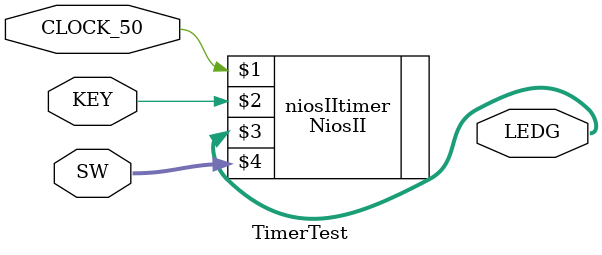
<source format=v>
module TimerTest(SW, KEY, CLOCK_50, LEDG);
input [7:0] SW;
input [0:0] KEY;
input CLOCK_50;
output [7:0] LEDG;
// Instantiate the Nios II system module generated by the SOPC Builder:
// nios_system (clk, reset_n, out_port_from_the_LEDs, in_port_to_the_Switches)
NiosII niosIItimer(CLOCK_50, KEY[0], LEDG, SW);
endmodule
</source>
